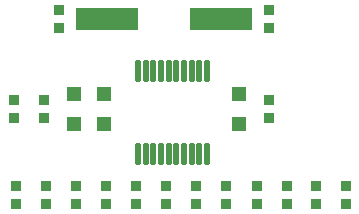
<source format=gtp>
G04 #@! TF.GenerationSoftware,KiCad,Pcbnew,(5.99.0-8018-g9a0f685a75)*
G04 #@! TF.CreationDate,2021-09-12T19:48:39+09:30*
G04 #@! TF.ProjectId,ADE7763_Breakout,41444537-3736-4335-9f42-7265616b6f75,rev?*
G04 #@! TF.SameCoordinates,Original*
G04 #@! TF.FileFunction,Paste,Top*
G04 #@! TF.FilePolarity,Positive*
%FSLAX46Y46*%
G04 Gerber Fmt 4.6, Leading zero omitted, Abs format (unit mm)*
G04 Created by KiCad (PCBNEW (5.99.0-8018-g9a0f685a75)) date 2021-09-12 19:48:39*
%MOMM*%
%LPD*%
G01*
G04 APERTURE LIST*
G04 Aperture macros list*
%AMRoundRect*
0 Rectangle with rounded corners*
0 $1 Rounding radius*
0 $2 $3 $4 $5 $6 $7 $8 $9 X,Y pos of 4 corners*
0 Add a 4 corners polygon primitive as box body*
4,1,4,$2,$3,$4,$5,$6,$7,$8,$9,$2,$3,0*
0 Add four circle primitives for the rounded corners*
1,1,$1+$1,$2,$3,0*
1,1,$1+$1,$4,$5,0*
1,1,$1+$1,$6,$7,0*
1,1,$1+$1,$8,$9,0*
0 Add four rect primitives between the rounded corners*
20,1,$1+$1,$2,$3,$4,$5,0*
20,1,$1+$1,$4,$5,$6,$7,0*
20,1,$1+$1,$6,$7,$8,$9,0*
20,1,$1+$1,$8,$9,$2,$3,0*%
G04 Aperture macros list end*
%ADD10RoundRect,0.125000X0.125000X-0.825000X0.125000X0.825000X-0.125000X0.825000X-0.125000X-0.825000X0*%
%ADD11RoundRect,0.111125X-0.333375X0.333375X-0.333375X-0.333375X0.333375X-0.333375X0.333375X0.333375X0*%
%ADD12R,1.270000X1.270000*%
%ADD13RoundRect,0.111125X0.333375X-0.333375X0.333375X0.333375X-0.333375X0.333375X-0.333375X-0.333375X0*%
%ADD14R,5.334000X1.930400*%
G04 APERTURE END LIST*
D10*
X145207700Y-99898400D03*
X145857700Y-99898400D03*
X146507700Y-99898400D03*
X147157700Y-99898400D03*
X147807700Y-99898400D03*
X148457700Y-99898400D03*
X149107700Y-99898400D03*
X149757700Y-99898400D03*
X150407700Y-99898400D03*
X151057700Y-99898400D03*
X151057700Y-106898400D03*
X150407700Y-106898400D03*
X149757700Y-106898400D03*
X149107700Y-106898400D03*
X148457700Y-106898400D03*
X147807700Y-106898400D03*
X147157700Y-106898400D03*
X146507700Y-106898400D03*
X145857700Y-106898400D03*
X145207700Y-106898400D03*
D11*
X156286100Y-94711600D03*
X156286100Y-96235600D03*
X162788500Y-109596000D03*
X162788500Y-111120000D03*
D12*
X153746100Y-104363600D03*
X153746100Y-101823600D03*
D11*
X156286100Y-102331600D03*
X156286100Y-103855600D03*
D13*
X138506100Y-96235600D03*
X138506100Y-94711600D03*
D12*
X139776100Y-104363600D03*
X139776100Y-101823600D03*
D11*
X134696100Y-102331600D03*
X134696100Y-103855600D03*
D12*
X142316100Y-104363600D03*
X142316100Y-101823600D03*
D11*
X137236100Y-102331600D03*
X137236100Y-103855600D03*
D13*
X152628500Y-111120000D03*
X152628500Y-109596000D03*
X147548500Y-111120000D03*
X147548500Y-109596000D03*
D11*
X142468500Y-109596000D03*
X142468500Y-111120000D03*
D14*
X152222100Y-95473600D03*
X142570100Y-95473600D03*
D13*
X139928500Y-111120000D03*
X139928500Y-109596000D03*
X150088500Y-111120000D03*
X150088500Y-109596000D03*
X160248500Y-111120000D03*
X160248500Y-109596000D03*
X145008500Y-111120000D03*
X145008500Y-109596000D03*
D11*
X155295500Y-109596000D03*
X155295500Y-111120000D03*
X137388500Y-109596000D03*
X137388500Y-111120000D03*
D13*
X157835500Y-111120000D03*
X157835500Y-109596000D03*
X134848500Y-111120000D03*
X134848500Y-109596000D03*
M02*

</source>
